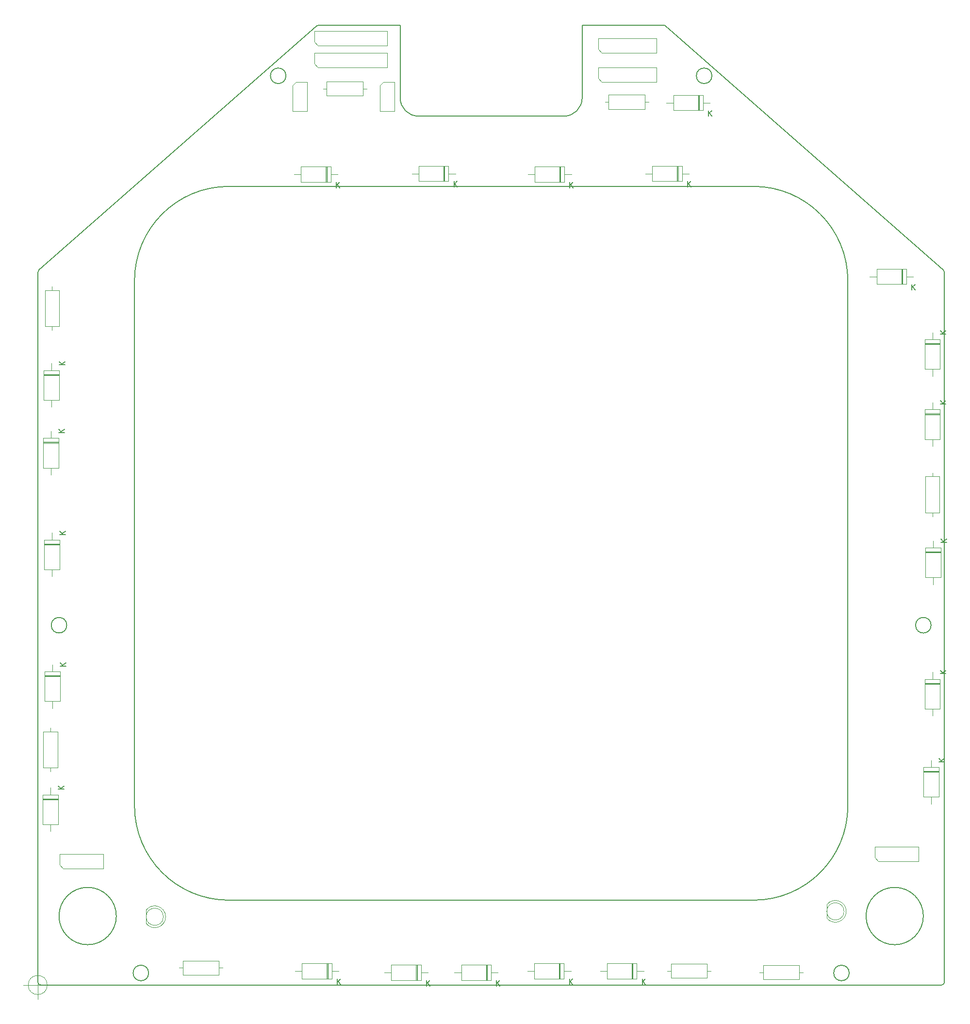
<source format=gbr>
G04 #@! TF.GenerationSoftware,KiCad,Pcbnew,(5.1.5-0-10_14)*
G04 #@! TF.CreationDate,2020-05-20T14:42:11+10:00*
G04 #@! TF.ProjectId,Buttons_DDI,42757474-6f6e-4735-9f44-44492e6b6963,rev?*
G04 #@! TF.SameCoordinates,Original*
G04 #@! TF.FileFunction,Other,Fab,Top*
%FSLAX46Y46*%
G04 Gerber Fmt 4.6, Leading zero omitted, Abs format (unit mm)*
G04 Created by KiCad (PCBNEW (5.1.5-0-10_14)) date 2020-05-20 14:42:11*
%MOMM*%
%LPD*%
G04 APERTURE LIST*
%ADD10C,0.200000*%
%ADD11C,0.100000*%
%ADD12C,0.150000*%
G04 APERTURE END LIST*
D10*
X30987380Y-164503100D02*
G75*
G03X30987380Y-164503100I-5000000J0D01*
G01*
X60587233Y-17986375D02*
G75*
G03X60587233Y-17986375I-1352550J0D01*
G01*
X83693000Y-25019000D02*
X109093000Y-25019000D01*
X112268000Y-21844000D02*
G75*
G02X109093000Y-25019000I-3175000J0D01*
G01*
X173148629Y-113792000D02*
G75*
G03X173148629Y-113792000I-1352550J0D01*
G01*
X50604140Y-161734500D02*
G75*
G02X34163000Y-145293360I0J16441140D01*
G01*
X158864300Y-174434500D02*
G75*
G03X158864300Y-174434500I-1352550J0D01*
G01*
X36626800Y-174434500D02*
G75*
G03X36626800Y-174434500I-1352550J0D01*
G01*
X158623000Y-145293360D02*
X158623000Y-53715640D01*
X142181860Y-37274500D02*
G75*
G02X158623000Y-53715640I0J-16441140D01*
G01*
X142181860Y-37274500D02*
X50604140Y-37274500D01*
X50604140Y-161734500D02*
X142181860Y-161734500D01*
X171798621Y-164503100D02*
G75*
G03X171798621Y-164503100I-5000000J0D01*
G01*
X126464426Y-9144000D02*
X112268000Y-9144000D01*
X126464426Y-9144000D02*
G75*
G02X126799582Y-9270248I0J-508000D01*
G01*
X17303750Y-52240798D02*
X17303750Y-176022000D01*
X17811750Y-176530000D02*
X174974250Y-176530000D01*
X175309406Y-51859046D02*
X126799582Y-9270248D01*
X175309406Y-51859046D02*
G75*
G02X175482250Y-52240798I-335156J-381752D01*
G01*
X158623000Y-145293360D02*
G75*
G02X142181860Y-161734500I-16441140J0D01*
G01*
X34163000Y-53715640D02*
X34163000Y-145293360D01*
X65986418Y-9270248D02*
G75*
G02X66321574Y-9144000I335156J-381752D01*
G01*
X134903867Y-17986375D02*
G75*
G03X134903867Y-17986375I-1352550J0D01*
G01*
X22342471Y-113792000D02*
G75*
G03X22342471Y-113792000I-1352550J0D01*
G01*
X175482250Y-176022000D02*
X175482250Y-52240798D01*
X175482250Y-176022000D02*
G75*
G02X174974250Y-176530000I-508000J0D01*
G01*
X17303750Y-52240798D02*
G75*
G02X17476594Y-51859046I508000J0D01*
G01*
X80518000Y-9144000D02*
X66321574Y-9144000D01*
X112268000Y-21844000D02*
X112268000Y-9144000D01*
X34163000Y-53715640D02*
G75*
G02X50604140Y-37274500I16441140J0D01*
G01*
X17811750Y-176530000D02*
G75*
G02X17303750Y-176022000I0J508000D01*
G01*
X65986418Y-9270248D02*
X17476594Y-51859046D01*
X80518000Y-9144000D02*
X80518000Y-21844000D01*
X83693000Y-25019000D02*
G75*
G02X80518000Y-21844000I0J3175000D01*
G01*
D11*
X18938666Y-176530000D02*
G75*
G03X18938666Y-176530000I-1666666J0D01*
G01*
X14772000Y-176530000D02*
X19772000Y-176530000D01*
X17272000Y-174030000D02*
X17272000Y-179030000D01*
X20912000Y-81840000D02*
X18212000Y-81840000D01*
X20912000Y-82040000D02*
X18212000Y-82040000D01*
X20912000Y-81940000D02*
X18212000Y-81940000D01*
X19562000Y-87570000D02*
X19562000Y-86360000D01*
X19562000Y-79950000D02*
X19562000Y-81160000D01*
X20912000Y-86360000D02*
X20912000Y-81160000D01*
X18212000Y-86360000D02*
X20912000Y-86360000D01*
X18212000Y-81160000D02*
X18212000Y-86360000D01*
X20912000Y-81160000D02*
X18212000Y-81160000D01*
X134722000Y-174080000D02*
X134062000Y-174080000D01*
X127102000Y-174080000D02*
X127762000Y-174080000D01*
X134062000Y-172830000D02*
X127762000Y-172830000D01*
X134062000Y-175330000D02*
X134062000Y-172830000D01*
X127762000Y-175330000D02*
X134062000Y-175330000D01*
X127762000Y-172830000D02*
X127762000Y-175330000D01*
X74672000Y-20230000D02*
X74012000Y-20230000D01*
X67052000Y-20230000D02*
X67712000Y-20230000D01*
X74012000Y-18980000D02*
X67712000Y-18980000D01*
X74012000Y-21480000D02*
X74012000Y-18980000D01*
X67712000Y-21480000D02*
X74012000Y-21480000D01*
X67712000Y-18980000D02*
X67712000Y-21480000D01*
X123862000Y-22540000D02*
X123202000Y-22540000D01*
X116242000Y-22540000D02*
X116902000Y-22540000D01*
X123202000Y-21290000D02*
X116902000Y-21290000D01*
X123202000Y-23790000D02*
X123202000Y-21290000D01*
X116902000Y-23790000D02*
X123202000Y-23790000D01*
X116902000Y-21290000D02*
X116902000Y-23790000D01*
X173382000Y-94820000D02*
X173382000Y-94160000D01*
X173382000Y-87200000D02*
X173382000Y-87860000D01*
X174632000Y-94160000D02*
X174632000Y-87860000D01*
X172132000Y-94160000D02*
X174632000Y-94160000D01*
X172132000Y-87860000D02*
X172132000Y-94160000D01*
X174632000Y-87860000D02*
X172132000Y-87860000D01*
X49572000Y-173550000D02*
X48912000Y-173550000D01*
X41952000Y-173550000D02*
X42612000Y-173550000D01*
X48912000Y-172300000D02*
X42612000Y-172300000D01*
X48912000Y-174800000D02*
X48912000Y-172300000D01*
X42612000Y-174800000D02*
X48912000Y-174800000D01*
X42612000Y-172300000D02*
X42612000Y-174800000D01*
X150792000Y-174320000D02*
X150132000Y-174320000D01*
X143172000Y-174320000D02*
X143832000Y-174320000D01*
X150132000Y-173070000D02*
X143832000Y-173070000D01*
X150132000Y-175570000D02*
X150132000Y-173070000D01*
X143832000Y-175570000D02*
X150132000Y-175570000D01*
X143832000Y-173070000D02*
X143832000Y-175570000D01*
X19482000Y-139280000D02*
X19482000Y-138620000D01*
X19482000Y-131660000D02*
X19482000Y-132320000D01*
X20732000Y-138620000D02*
X20732000Y-132320000D01*
X18232000Y-138620000D02*
X20732000Y-138620000D01*
X18232000Y-132320000D02*
X18232000Y-138620000D01*
X20732000Y-132320000D02*
X18232000Y-132320000D01*
X19782000Y-62330000D02*
X19782000Y-61670000D01*
X19782000Y-54710000D02*
X19782000Y-55370000D01*
X21032000Y-61670000D02*
X21032000Y-55370000D01*
X18532000Y-61670000D02*
X21032000Y-61670000D01*
X18532000Y-55370000D02*
X18532000Y-61670000D01*
X21032000Y-55370000D02*
X18532000Y-55370000D01*
X154952000Y-162523810D02*
X154952000Y-164856190D01*
X157952000Y-163690000D02*
G75*
G03X157952000Y-163690000I-1500000J0D01*
G01*
X154951445Y-164855476D02*
G75*
G03X154952000Y-162523810I1500555J1165476D01*
G01*
X36192000Y-163463810D02*
X36192000Y-165796190D01*
X39192000Y-164630000D02*
G75*
G03X39192000Y-164630000I-1500000J0D01*
G01*
X36191445Y-165795476D02*
G75*
G03X36192000Y-163463810I1500555J1165476D01*
G01*
X76962000Y-19685000D02*
X77597000Y-19050000D01*
X76962000Y-24130000D02*
X76962000Y-19685000D01*
X79502000Y-24130000D02*
X76962000Y-24130000D01*
X79502000Y-19050000D02*
X79502000Y-24130000D01*
X77597000Y-19050000D02*
X79502000Y-19050000D01*
X115697000Y-13970000D02*
X115062000Y-13335000D01*
X125222000Y-13970000D02*
X115697000Y-13970000D01*
X125222000Y-11430000D02*
X125222000Y-13970000D01*
X115062000Y-11430000D02*
X125222000Y-11430000D01*
X115062000Y-13335000D02*
X115062000Y-11430000D01*
X66167000Y-12700000D02*
X65532000Y-12065000D01*
X78232000Y-12700000D02*
X66167000Y-12700000D01*
X78232000Y-10160000D02*
X78232000Y-12700000D01*
X65532000Y-10160000D02*
X78232000Y-10160000D01*
X65532000Y-12065000D02*
X65532000Y-10160000D01*
X132692000Y-24030000D02*
X132692000Y-21330000D01*
X132492000Y-24030000D02*
X132492000Y-21330000D01*
X132592000Y-24030000D02*
X132592000Y-21330000D01*
X126962000Y-22680000D02*
X128172000Y-22680000D01*
X134582000Y-22680000D02*
X133372000Y-22680000D01*
X128172000Y-24030000D02*
X133372000Y-24030000D01*
X128172000Y-21330000D02*
X128172000Y-24030000D01*
X133372000Y-21330000D02*
X128172000Y-21330000D01*
X133372000Y-24030000D02*
X133372000Y-21330000D01*
X61722000Y-19685000D02*
X62357000Y-19050000D01*
X61722000Y-24130000D02*
X61722000Y-19685000D01*
X64262000Y-24130000D02*
X61722000Y-24130000D01*
X64262000Y-19050000D02*
X64262000Y-24130000D01*
X62357000Y-19050000D02*
X64262000Y-19050000D01*
X66167000Y-16510000D02*
X65532000Y-15875000D01*
X78232000Y-16510000D02*
X66167000Y-16510000D01*
X78232000Y-13970000D02*
X78232000Y-16510000D01*
X65532000Y-13970000D02*
X78232000Y-13970000D01*
X65532000Y-15875000D02*
X65532000Y-13970000D01*
X115697000Y-19050000D02*
X115062000Y-18415000D01*
X125222000Y-19050000D02*
X115697000Y-19050000D01*
X125222000Y-16510000D02*
X125222000Y-19050000D01*
X115062000Y-16510000D02*
X125222000Y-16510000D01*
X115062000Y-18415000D02*
X115062000Y-16510000D01*
X21717000Y-156210000D02*
X21082000Y-155575000D01*
X28702000Y-156210000D02*
X21717000Y-156210000D01*
X28702000Y-153670000D02*
X28702000Y-156210000D01*
X21082000Y-153670000D02*
X28702000Y-153670000D01*
X21082000Y-155575000D02*
X21082000Y-153670000D01*
X163957000Y-154940000D02*
X163322000Y-154305000D01*
X170942000Y-154940000D02*
X163957000Y-154940000D01*
X170942000Y-152400000D02*
X170942000Y-154940000D01*
X163322000Y-152400000D02*
X170942000Y-152400000D01*
X163322000Y-154305000D02*
X163322000Y-152400000D01*
X67742000Y-36530000D02*
X67742000Y-33830000D01*
X67542000Y-36530000D02*
X67542000Y-33830000D01*
X67642000Y-36530000D02*
X67642000Y-33830000D01*
X62012000Y-35180000D02*
X63222000Y-35180000D01*
X69632000Y-35180000D02*
X68422000Y-35180000D01*
X63222000Y-36530000D02*
X68422000Y-36530000D01*
X63222000Y-33830000D02*
X63222000Y-36530000D01*
X68422000Y-33830000D02*
X63222000Y-33830000D01*
X68422000Y-36530000D02*
X68422000Y-33830000D01*
X88272000Y-36390000D02*
X88272000Y-33690000D01*
X88072000Y-36390000D02*
X88072000Y-33690000D01*
X88172000Y-36390000D02*
X88172000Y-33690000D01*
X82542000Y-35040000D02*
X83752000Y-35040000D01*
X90162000Y-35040000D02*
X88952000Y-35040000D01*
X83752000Y-36390000D02*
X88952000Y-36390000D01*
X83752000Y-33690000D02*
X83752000Y-36390000D01*
X88952000Y-33690000D02*
X83752000Y-33690000D01*
X88952000Y-36390000D02*
X88952000Y-33690000D01*
X108502000Y-36530000D02*
X108502000Y-33830000D01*
X108302000Y-36530000D02*
X108302000Y-33830000D01*
X108402000Y-36530000D02*
X108402000Y-33830000D01*
X102772000Y-35180000D02*
X103982000Y-35180000D01*
X110392000Y-35180000D02*
X109182000Y-35180000D01*
X103982000Y-36530000D02*
X109182000Y-36530000D01*
X103982000Y-33830000D02*
X103982000Y-36530000D01*
X109182000Y-33830000D02*
X103982000Y-33830000D01*
X109182000Y-36530000D02*
X109182000Y-33830000D01*
X129022000Y-36390000D02*
X129022000Y-33690000D01*
X128822000Y-36390000D02*
X128822000Y-33690000D01*
X128922000Y-36390000D02*
X128922000Y-33690000D01*
X123292000Y-35040000D02*
X124502000Y-35040000D01*
X130912000Y-35040000D02*
X129702000Y-35040000D01*
X124502000Y-36390000D02*
X129702000Y-36390000D01*
X124502000Y-33690000D02*
X124502000Y-36390000D01*
X129702000Y-33690000D02*
X124502000Y-33690000D01*
X129702000Y-36390000D02*
X129702000Y-33690000D01*
X168172000Y-54340000D02*
X168172000Y-51640000D01*
X167972000Y-54340000D02*
X167972000Y-51640000D01*
X168072000Y-54340000D02*
X168072000Y-51640000D01*
X162442000Y-52990000D02*
X163652000Y-52990000D01*
X170062000Y-52990000D02*
X168852000Y-52990000D01*
X163652000Y-54340000D02*
X168852000Y-54340000D01*
X163652000Y-51640000D02*
X163652000Y-54340000D01*
X168852000Y-51640000D02*
X163652000Y-51640000D01*
X168852000Y-54340000D02*
X168852000Y-51640000D01*
X174732000Y-64630000D02*
X172032000Y-64630000D01*
X174732000Y-64830000D02*
X172032000Y-64830000D01*
X174732000Y-64730000D02*
X172032000Y-64730000D01*
X173382000Y-70360000D02*
X173382000Y-69150000D01*
X173382000Y-62740000D02*
X173382000Y-63950000D01*
X174732000Y-69150000D02*
X174732000Y-63950000D01*
X172032000Y-69150000D02*
X174732000Y-69150000D01*
X172032000Y-63950000D02*
X172032000Y-69150000D01*
X174732000Y-63950000D02*
X172032000Y-63950000D01*
X174732000Y-76860000D02*
X172032000Y-76860000D01*
X174732000Y-77060000D02*
X172032000Y-77060000D01*
X174732000Y-76960000D02*
X172032000Y-76960000D01*
X173382000Y-82590000D02*
X173382000Y-81380000D01*
X173382000Y-74970000D02*
X173382000Y-76180000D01*
X174732000Y-81380000D02*
X174732000Y-76180000D01*
X172032000Y-81380000D02*
X174732000Y-81380000D01*
X172032000Y-76180000D02*
X172032000Y-81380000D01*
X174732000Y-76180000D02*
X172032000Y-76180000D01*
X174832000Y-100950000D02*
X172132000Y-100950000D01*
X174832000Y-101150000D02*
X172132000Y-101150000D01*
X174832000Y-101050000D02*
X172132000Y-101050000D01*
X173482000Y-106680000D02*
X173482000Y-105470000D01*
X173482000Y-99060000D02*
X173482000Y-100270000D01*
X174832000Y-105470000D02*
X174832000Y-100270000D01*
X172132000Y-105470000D02*
X174832000Y-105470000D01*
X172132000Y-100270000D02*
X172132000Y-105470000D01*
X174832000Y-100270000D02*
X172132000Y-100270000D01*
X174732000Y-123860000D02*
X172032000Y-123860000D01*
X174732000Y-124060000D02*
X172032000Y-124060000D01*
X174732000Y-123960000D02*
X172032000Y-123960000D01*
X173382000Y-129590000D02*
X173382000Y-128380000D01*
X173382000Y-121970000D02*
X173382000Y-123180000D01*
X174732000Y-128380000D02*
X174732000Y-123180000D01*
X172032000Y-128380000D02*
X174732000Y-128380000D01*
X172032000Y-123180000D02*
X172032000Y-128380000D01*
X174732000Y-123180000D02*
X172032000Y-123180000D01*
X174492000Y-139210000D02*
X171792000Y-139210000D01*
X174492000Y-139410000D02*
X171792000Y-139410000D01*
X174492000Y-139310000D02*
X171792000Y-139310000D01*
X173142000Y-144940000D02*
X173142000Y-143730000D01*
X173142000Y-137320000D02*
X173142000Y-138530000D01*
X174492000Y-143730000D02*
X174492000Y-138530000D01*
X171792000Y-143730000D02*
X174492000Y-143730000D01*
X171792000Y-138530000D02*
X171792000Y-143730000D01*
X174492000Y-138530000D02*
X171792000Y-138530000D01*
X67902000Y-175460000D02*
X67902000Y-172760000D01*
X67702000Y-175460000D02*
X67702000Y-172760000D01*
X67802000Y-175460000D02*
X67802000Y-172760000D01*
X62172000Y-174110000D02*
X63382000Y-174110000D01*
X69792000Y-174110000D02*
X68582000Y-174110000D01*
X63382000Y-175460000D02*
X68582000Y-175460000D01*
X63382000Y-172760000D02*
X63382000Y-175460000D01*
X68582000Y-172760000D02*
X63382000Y-172760000D01*
X68582000Y-175460000D02*
X68582000Y-172760000D01*
X121132000Y-175430000D02*
X121132000Y-172730000D01*
X120932000Y-175430000D02*
X120932000Y-172730000D01*
X121032000Y-175430000D02*
X121032000Y-172730000D01*
X115402000Y-174080000D02*
X116612000Y-174080000D01*
X123022000Y-174080000D02*
X121812000Y-174080000D01*
X116612000Y-175430000D02*
X121812000Y-175430000D01*
X116612000Y-172730000D02*
X116612000Y-175430000D01*
X121812000Y-172730000D02*
X116612000Y-172730000D01*
X121812000Y-175430000D02*
X121812000Y-172730000D01*
X108422000Y-175460000D02*
X108422000Y-172760000D01*
X108222000Y-175460000D02*
X108222000Y-172760000D01*
X108322000Y-175460000D02*
X108322000Y-172760000D01*
X102692000Y-174110000D02*
X103902000Y-174110000D01*
X110312000Y-174110000D02*
X109102000Y-174110000D01*
X103902000Y-175460000D02*
X109102000Y-175460000D01*
X103902000Y-172760000D02*
X103902000Y-175460000D01*
X109102000Y-172760000D02*
X103902000Y-172760000D01*
X109102000Y-175460000D02*
X109102000Y-172760000D01*
X95712000Y-175700000D02*
X95712000Y-173000000D01*
X95512000Y-175700000D02*
X95512000Y-173000000D01*
X95612000Y-175700000D02*
X95612000Y-173000000D01*
X89982000Y-174350000D02*
X91192000Y-174350000D01*
X97602000Y-174350000D02*
X96392000Y-174350000D01*
X91192000Y-175700000D02*
X96392000Y-175700000D01*
X91192000Y-173000000D02*
X91192000Y-175700000D01*
X96392000Y-173000000D02*
X91192000Y-173000000D01*
X96392000Y-175700000D02*
X96392000Y-173000000D01*
X83492000Y-175700000D02*
X83492000Y-173000000D01*
X83292000Y-175700000D02*
X83292000Y-173000000D01*
X83392000Y-175700000D02*
X83392000Y-173000000D01*
X77762000Y-174350000D02*
X78972000Y-174350000D01*
X85382000Y-174350000D02*
X84172000Y-174350000D01*
X78972000Y-175700000D02*
X84172000Y-175700000D01*
X78972000Y-173000000D02*
X78972000Y-175700000D01*
X84172000Y-173000000D02*
X78972000Y-173000000D01*
X84172000Y-175700000D02*
X84172000Y-173000000D01*
X21022000Y-70010000D02*
X18322000Y-70010000D01*
X21022000Y-70210000D02*
X18322000Y-70210000D01*
X21022000Y-70110000D02*
X18322000Y-70110000D01*
X19672000Y-75740000D02*
X19672000Y-74530000D01*
X19672000Y-68120000D02*
X19672000Y-69330000D01*
X21022000Y-74530000D02*
X21022000Y-69330000D01*
X18322000Y-74530000D02*
X21022000Y-74530000D01*
X18322000Y-69330000D02*
X18322000Y-74530000D01*
X21022000Y-69330000D02*
X18322000Y-69330000D01*
X20832000Y-144020000D02*
X18132000Y-144020000D01*
X20832000Y-144220000D02*
X18132000Y-144220000D01*
X20832000Y-144120000D02*
X18132000Y-144120000D01*
X19482000Y-149750000D02*
X19482000Y-148540000D01*
X19482000Y-142130000D02*
X19482000Y-143340000D01*
X20832000Y-148540000D02*
X20832000Y-143340000D01*
X18132000Y-148540000D02*
X20832000Y-148540000D01*
X18132000Y-143340000D02*
X18132000Y-148540000D01*
X20832000Y-143340000D02*
X18132000Y-143340000D01*
X21162000Y-122540000D02*
X18462000Y-122540000D01*
X21162000Y-122740000D02*
X18462000Y-122740000D01*
X21162000Y-122640000D02*
X18462000Y-122640000D01*
X19812000Y-128270000D02*
X19812000Y-127060000D01*
X19812000Y-120650000D02*
X19812000Y-121860000D01*
X21162000Y-127060000D02*
X21162000Y-121860000D01*
X18462000Y-127060000D02*
X21162000Y-127060000D01*
X18462000Y-121860000D02*
X18462000Y-127060000D01*
X21162000Y-121860000D02*
X18462000Y-121860000D01*
X21102000Y-99580000D02*
X18402000Y-99580000D01*
X21102000Y-99780000D02*
X18402000Y-99780000D01*
X21102000Y-99680000D02*
X18402000Y-99680000D01*
X19752000Y-105310000D02*
X19752000Y-104100000D01*
X19752000Y-97690000D02*
X19752000Y-98900000D01*
X21102000Y-104100000D02*
X21102000Y-98900000D01*
X18402000Y-104100000D02*
X21102000Y-104100000D01*
X18402000Y-98900000D02*
X18402000Y-104100000D01*
X21102000Y-98900000D02*
X18402000Y-98900000D01*
D12*
X21914380Y-80211904D02*
X20914380Y-80211904D01*
X21914380Y-79640476D02*
X21342952Y-80069047D01*
X20914380Y-79640476D02*
X21485809Y-80211904D01*
X134320095Y-25032380D02*
X134320095Y-24032380D01*
X134891523Y-25032380D02*
X134462952Y-24460952D01*
X134891523Y-24032380D02*
X134320095Y-24603809D01*
X69370095Y-37532380D02*
X69370095Y-36532380D01*
X69941523Y-37532380D02*
X69512952Y-36960952D01*
X69941523Y-36532380D02*
X69370095Y-37103809D01*
X89900095Y-37392380D02*
X89900095Y-36392380D01*
X90471523Y-37392380D02*
X90042952Y-36820952D01*
X90471523Y-36392380D02*
X89900095Y-36963809D01*
X110130095Y-37532380D02*
X110130095Y-36532380D01*
X110701523Y-37532380D02*
X110272952Y-36960952D01*
X110701523Y-36532380D02*
X110130095Y-37103809D01*
X130650095Y-37392380D02*
X130650095Y-36392380D01*
X131221523Y-37392380D02*
X130792952Y-36820952D01*
X131221523Y-36392380D02*
X130650095Y-36963809D01*
X169800095Y-55342380D02*
X169800095Y-54342380D01*
X170371523Y-55342380D02*
X169942952Y-54770952D01*
X170371523Y-54342380D02*
X169800095Y-54913809D01*
X175734380Y-63001904D02*
X174734380Y-63001904D01*
X175734380Y-62430476D02*
X175162952Y-62859047D01*
X174734380Y-62430476D02*
X175305809Y-63001904D01*
X175734380Y-75231904D02*
X174734380Y-75231904D01*
X175734380Y-74660476D02*
X175162952Y-75089047D01*
X174734380Y-74660476D02*
X175305809Y-75231904D01*
X175834380Y-99321904D02*
X174834380Y-99321904D01*
X175834380Y-98750476D02*
X175262952Y-99179047D01*
X174834380Y-98750476D02*
X175405809Y-99321904D01*
X175734380Y-122231904D02*
X174734380Y-122231904D01*
X175734380Y-121660476D02*
X175162952Y-122089047D01*
X174734380Y-121660476D02*
X175305809Y-122231904D01*
X175494380Y-137581904D02*
X174494380Y-137581904D01*
X175494380Y-137010476D02*
X174922952Y-137439047D01*
X174494380Y-137010476D02*
X175065809Y-137581904D01*
X69530095Y-176462380D02*
X69530095Y-175462380D01*
X70101523Y-176462380D02*
X69672952Y-175890952D01*
X70101523Y-175462380D02*
X69530095Y-176033809D01*
X122760095Y-176432380D02*
X122760095Y-175432380D01*
X123331523Y-176432380D02*
X122902952Y-175860952D01*
X123331523Y-175432380D02*
X122760095Y-176003809D01*
X110050095Y-176462380D02*
X110050095Y-175462380D01*
X110621523Y-176462380D02*
X110192952Y-175890952D01*
X110621523Y-175462380D02*
X110050095Y-176033809D01*
X97340095Y-176702380D02*
X97340095Y-175702380D01*
X97911523Y-176702380D02*
X97482952Y-176130952D01*
X97911523Y-175702380D02*
X97340095Y-176273809D01*
X85120095Y-176702380D02*
X85120095Y-175702380D01*
X85691523Y-176702380D02*
X85262952Y-176130952D01*
X85691523Y-175702380D02*
X85120095Y-176273809D01*
X22024380Y-68381904D02*
X21024380Y-68381904D01*
X22024380Y-67810476D02*
X21452952Y-68239047D01*
X21024380Y-67810476D02*
X21595809Y-68381904D01*
X21834380Y-142391904D02*
X20834380Y-142391904D01*
X21834380Y-141820476D02*
X21262952Y-142249047D01*
X20834380Y-141820476D02*
X21405809Y-142391904D01*
X22164380Y-120911904D02*
X21164380Y-120911904D01*
X22164380Y-120340476D02*
X21592952Y-120769047D01*
X21164380Y-120340476D02*
X21735809Y-120911904D01*
X22104380Y-97951904D02*
X21104380Y-97951904D01*
X22104380Y-97380476D02*
X21532952Y-97809047D01*
X21104380Y-97380476D02*
X21675809Y-97951904D01*
M02*

</source>
